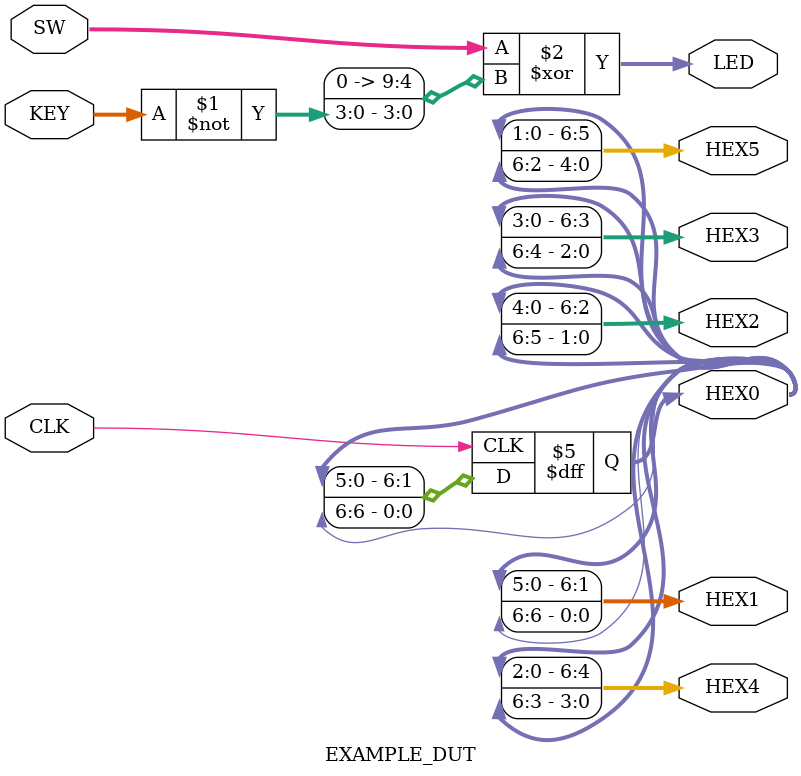
<source format=v>
module EXAMPLE_DUT(
    input  wire       CLK,
    input  wire [9:0] SW,

    input  wire [3:0] KEY,
    output wire [9:0] LED,
    output reg  [6:0] HEX0 = 7'd1,
    output wire [6:0] HEX1,
    output wire [6:0] HEX2,
    output wire [6:0] HEX3,
    output wire [6:0] HEX4,
    output wire [6:0] HEX5
);

assign LED = SW ^ {6'd0, {~KEY}};

// HEXY powinny chodzić w wężyk
assign HEX1 = {HEX0[5:0], HEX0[6]};
assign HEX2 = {HEX1[5:0], HEX1[6]};
assign HEX3 = {HEX2[5:0], HEX2[6]};
assign HEX4 = {HEX3[5:0], HEX3[6]};
assign HEX5 = {HEX4[5:0], HEX4[6]};

always @(posedge CLK) begin
    HEX0 <= HEX1;
end


endmodule
</source>
